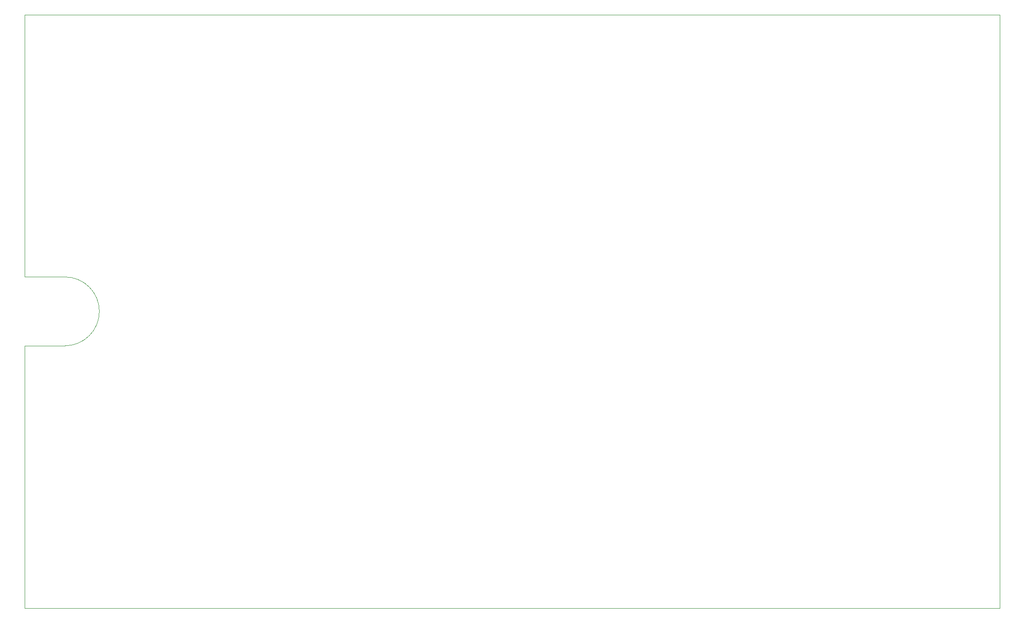
<source format=gbr>
%TF.GenerationSoftware,KiCad,Pcbnew,(5.1.10)-1*%
%TF.CreationDate,2022-08-21T15:03:56-04:00*%
%TF.ProjectId,1581-improved,31353831-2d69-46d7-9072-6f7665642e6b,rev?*%
%TF.SameCoordinates,Original*%
%TF.FileFunction,Profile,NP*%
%FSLAX46Y46*%
G04 Gerber Fmt 4.6, Leading zero omitted, Abs format (unit mm)*
G04 Created by KiCad (PCBNEW (5.1.10)-1) date 2022-08-21 15:03:56*
%MOMM*%
%LPD*%
G01*
G04 APERTURE LIST*
%TA.AperFunction,Profile*%
%ADD10C,0.050000*%
%TD*%
G04 APERTURE END LIST*
D10*
X50800000Y-98060000D02*
X58420000Y-98060000D01*
X50800000Y-85060000D02*
X58420000Y-85060000D01*
X58420000Y-85060000D02*
G75*
G02*
X58420000Y-98060000I0J-6500000D01*
G01*
X50800000Y-35560000D02*
X50800000Y-85060000D01*
X50800000Y-147560000D02*
X50800000Y-98060000D01*
X234800000Y-147560000D02*
X50800000Y-147560000D01*
X234800000Y-35560000D02*
X234800000Y-147560000D01*
X50800000Y-35560000D02*
X234800000Y-35560000D01*
M02*

</source>
